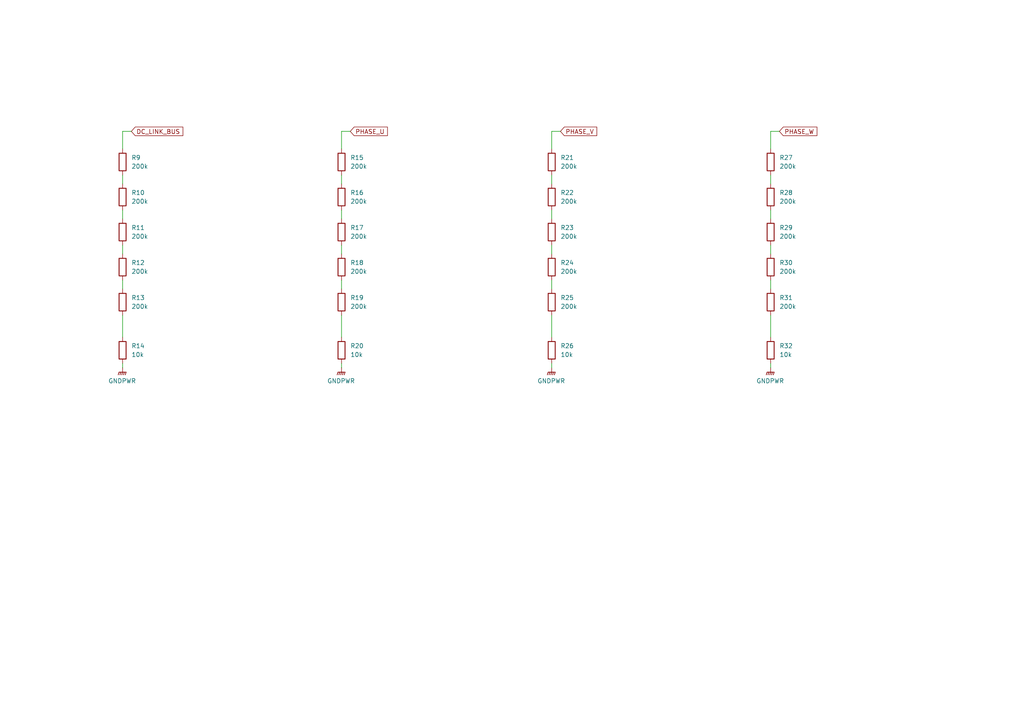
<source format=kicad_sch>
(kicad_sch (version 20250114) (generator "eeschema") (generator_version "9.0")
  (paper "A4")
  (lib_symbols
    (symbol "Device:R" (pin_numbers (hide yes)) (pin_names (offset 0))
      (property "Reference" "R" (at 2.032 0 90))
      (property "Value" "R" (at 0 0 90))
      (symbol "R_0_1"
        (rectangle (start -1.016 -2.54) (end 1.016 2.54) (stroke (width 0.254)))
      )
      (symbol "R_1_1"
        (pin passive line (at 0 3.81 270) (length 1.27) (name "~") (number "1"))
        (pin passive line (at 0 -3.81 90) (length 1.27) (name "~") (number "2"))
      )
    )
    (symbol "power:GNDPWR" (power) (pin_numbers (hide yes)) (pin_names (offset 0) (hide yes))
      (property "Value" "GNDPWR" (at 0 -3.302 0))
      (symbol "GNDPWR_0_1"
        (polyline (pts (xy -1.016 -1.27) (xy -1.27 -2.032) (xy -1.27 -2.032)) (stroke (width 0.2032)))
        (polyline (pts (xy -0.508 -1.27) (xy -0.762 -2.032) (xy -0.762 -2.032)) (stroke (width 0.2032)))
        (polyline (pts (xy 0 -1.27) (xy 0 0)))
        (polyline (pts (xy 0 -1.27) (xy -0.254 -2.032) (xy -0.254 -2.032)) (stroke (width 0.2032)))
        (polyline (pts (xy 0.508 -1.27) (xy 0.254 -2.032) (xy 0.254 -2.032)) (stroke (width 0.2032)))
        (polyline (pts (xy 1.016 -1.27) (xy -1.016 -1.27) (xy -1.016 -1.27)) (stroke (width 0.2032)))
        (polyline (pts (xy 1.016 -1.27) (xy 0.762 -2.032) (xy 0.762 -2.032) (xy 0.762 -2.032)) (stroke (width 0.2032)))
      )
      (symbol "GNDPWR_1_1"
        (pin power_in line (at 0 0 270) (length 0) (name "~") (number "1"))
      )
    )
  )
  (wire (pts (xy 160.02 38.1) (xy 160.02 43.18)))
  (wire (pts (xy 223.52 60.96) (xy 223.52 63.5)))
  (wire (pts (xy 35.56 91.44) (xy 35.56 97.79)))
  (wire (pts (xy 160.02 60.96) (xy 160.02 63.5)))
  (wire (pts (xy 223.52 81.28) (xy 223.52 83.82)))
  (wire (pts (xy 99.06 105.41) (xy 99.06 106.68)))
  (wire (pts (xy 35.56 60.96) (xy 35.56 63.5)))
  (wire (pts (xy 223.52 38.1) (xy 223.52 43.18)))
  (wire (pts (xy 223.52 71.12) (xy 223.52 73.66)))
  (wire (pts (xy 226.06 38.1) (xy 223.52 38.1)))
  (wire (pts (xy 99.06 91.44) (xy 99.06 97.79)))
  (wire (pts (xy 162.56 38.1) (xy 160.02 38.1)))
  (wire (pts (xy 35.56 38.1) (xy 35.56 43.18)))
  (wire (pts (xy 223.52 50.8) (xy 223.52 53.34)))
  (wire (pts (xy 99.06 71.12) (xy 99.06 73.66)))
  (wire (pts (xy 160.02 105.41) (xy 160.02 106.68)))
  (wire (pts (xy 35.56 71.12) (xy 35.56 73.66)))
  (wire (pts (xy 160.02 91.44) (xy 160.02 97.79)))
  (wire (pts (xy 99.06 81.28) (xy 99.06 83.82)))
  (wire (pts (xy 101.6 38.1) (xy 99.06 38.1)))
  (wire (pts (xy 99.06 60.96) (xy 99.06 63.5)))
  (wire (pts (xy 35.56 81.28) (xy 35.56 83.82)))
  (wire (pts (xy 99.06 50.8) (xy 99.06 53.34)))
  (wire (pts (xy 160.02 81.28) (xy 160.02 83.82)))
  (wire (pts (xy 38.1 38.1) (xy 35.56 38.1)))
  (wire (pts (xy 35.56 50.8) (xy 35.56 53.34)))
  (wire (pts (xy 99.06 38.1) (xy 99.06 43.18)))
  (wire (pts (xy 160.02 71.12) (xy 160.02 73.66)))
  (wire (pts (xy 223.52 105.41) (xy 223.52 106.68)))
  (wire (pts (xy 35.56 105.41) (xy 35.56 106.68)))
  (wire (pts (xy 223.52 91.44) (xy 223.52 97.79)))
  (wire (pts (xy 160.02 50.8) (xy 160.02 53.34)))
  (global_label "PHASE_U" (shape input) (at 101.6 38.1 0) (property "Intersheetrefs" "${INTERSHEET_REFS}" (effects (hide yes))))
  (global_label "DC_LINK_BUS" (shape input) (at 38.1 38.1 0) (property "Intersheetrefs" "${INTERSHEET_REFS}" (effects (hide yes))))
  (global_label "PHASE_V" (shape input) (at 162.56 38.1 0) (property "Intersheetrefs" "${INTERSHEET_REFS}" (effects (hide yes))))
  (global_label "PHASE_W" (shape input) (at 226.06 38.1 0) (property "Intersheetrefs" "${INTERSHEET_REFS}" (effects (hide yes))))
  (symbol (lib_id "Device:R") (at 223.52 67.31 180) (unit 1)
    (property "Reference" "R29" (at 226.06 66.0399 0) (effects (justify right)))
    (property "Value" "200k" (at 226.06 68.5799 0) (effects (justify right)))
    (property "Footprint" "1210" (effects (hide yes)))
    (property "Description" "Resistor" (effects (hide yes)))
  )
  (symbol (lib_id "Device:R") (at 160.02 101.6 180) (unit 1)
    (property "Reference" "R26" (at 162.56 100.3299 0) (effects (justify right)))
    (property "Value" "10k" (at 162.56 102.8699 0) (effects (justify right)))
    (property "Footprint" "1210" (effects (hide yes)))
    (property "Description" "Resistor" (effects (hide yes)))
  )
  (symbol (lib_id "Device:R") (at 35.56 87.63 180) (unit 1)
    (property "Reference" "R13" (at 38.1 86.3599 0) (effects (justify right)))
    (property "Value" "200k" (at 38.1 88.8999 0) (effects (justify right)))
    (property "Footprint" "1210" (effects (hide yes)))
    (property "Description" "Resistor" (effects (hide yes)))
  )
  (symbol (lib_id "Device:R") (at 223.52 77.47 180) (unit 1)
    (property "Reference" "R30" (at 226.06 76.1999 0) (effects (justify right)))
    (property "Value" "200k" (at 226.06 78.7399 0) (effects (justify right)))
    (property "Footprint" "1210" (effects (hide yes)))
    (property "Description" "Resistor" (effects (hide yes)))
  )
  (symbol (lib_id "Device:R") (at 223.52 57.15 180) (unit 1)
    (property "Reference" "R28" (at 226.06 55.8799 0) (effects (justify right)))
    (property "Value" "200k" (at 226.06 58.4199 0) (effects (justify right)))
    (property "Footprint" "1210" (effects (hide yes)))
    (property "Description" "Resistor" (effects (hide yes)))
  )
  (symbol (lib_id "Device:R") (at 99.06 46.99 180) (unit 1)
    (property "Reference" "R15" (at 101.6 45.7199 0) (effects (justify right)))
    (property "Value" "200k" (at 101.6 48.2599 0) (effects (justify right)))
    (property "Footprint" "1210" (effects (hide yes)))
    (property "Description" "Resistor" (effects (hide yes)))
  )
  (symbol (lib_id "Device:R") (at 160.02 67.31 180) (unit 1)
    (property "Reference" "R23" (at 162.56 66.0399 0) (effects (justify right)))
    (property "Value" "200k" (at 162.56 68.5799 0) (effects (justify right)))
    (property "Footprint" "1210" (effects (hide yes)))
    (property "Description" "Resistor" (effects (hide yes)))
  )
  (symbol (lib_id "power:GNDPWR") (at 35.56 106.68 0) (unit 1)
    (property "Reference" "#PWR022" (effects (hide yes)))
    (property "Value" "GNDPWR" (at 35.433 110.49 0))
    (property "Description" "Power symbol creates a global label with name \"GNDPWR\" , global ground" (effects (hide yes)))
  )
  (symbol (lib_id "Device:R") (at 160.02 87.63 180) (unit 1)
    (property "Reference" "R25" (at 162.56 86.3599 0) (effects (justify right)))
    (property "Value" "200k" (at 162.56 88.8999 0) (effects (justify right)))
    (property "Footprint" "1210" (effects (hide yes)))
    (property "Description" "Resistor" (effects (hide yes)))
  )
  (symbol (lib_id "Device:R") (at 223.52 87.63 180) (unit 1)
    (property "Reference" "R31" (at 226.06 86.3599 0) (effects (justify right)))
    (property "Value" "200k" (at 226.06 88.8999 0) (effects (justify right)))
    (property "Footprint" "1210" (effects (hide yes)))
    (property "Description" "Resistor" (effects (hide yes)))
  )
  (symbol (lib_id "power:GNDPWR") (at 160.02 106.68 0) (unit 1)
    (property "Reference" "#PWR024" (effects (hide yes)))
    (property "Value" "GNDPWR" (at 159.893 110.49 0))
    (property "Description" "Power symbol creates a global label with name \"GNDPWR\" , global ground" (effects (hide yes)))
  )
  (symbol (lib_id "Device:R") (at 35.56 67.31 180) (unit 1)
    (property "Reference" "R11" (at 38.1 66.0399 0) (effects (justify right)))
    (property "Value" "200k" (at 38.1 68.5799 0) (effects (justify right)))
    (property "Footprint" "1210" (effects (hide yes)))
    (property "Description" "Resistor" (effects (hide yes)))
  )
  (symbol (lib_id "Device:R") (at 99.06 67.31 180) (unit 1)
    (property "Reference" "R17" (at 101.6 66.0399 0) (effects (justify right)))
    (property "Value" "200k" (at 101.6 68.5799 0) (effects (justify right)))
    (property "Footprint" "1210" (effects (hide yes)))
    (property "Description" "Resistor" (effects (hide yes)))
  )
  (symbol (lib_id "Device:R") (at 160.02 46.99 180) (unit 1)
    (property "Reference" "R21" (at 162.56 45.7199 0) (effects (justify right)))
    (property "Value" "200k" (at 162.56 48.2599 0) (effects (justify right)))
    (property "Footprint" "1210" (effects (hide yes)))
    (property "Description" "Resistor" (effects (hide yes)))
  )
  (symbol (lib_id "Device:R") (at 160.02 77.47 180) (unit 1)
    (property "Reference" "R24" (at 162.56 76.1999 0) (effects (justify right)))
    (property "Value" "200k" (at 162.56 78.7399 0) (effects (justify right)))
    (property "Footprint" "1210" (effects (hide yes)))
    (property "Description" "Resistor" (effects (hide yes)))
  )
  (symbol (lib_id "Device:R") (at 223.52 46.99 180) (unit 1)
    (property "Reference" "R27" (at 226.06 45.7199 0) (effects (justify right)))
    (property "Value" "200k" (at 226.06 48.2599 0) (effects (justify right)))
    (property "Footprint" "1210" (effects (hide yes)))
    (property "Description" "Resistor" (effects (hide yes)))
  )
  (symbol (lib_id "Device:R") (at 35.56 101.6 180) (unit 1)
    (property "Reference" "R14" (at 38.1 100.3299 0) (effects (justify right)))
    (property "Value" "10k" (at 38.1 102.8699 0) (effects (justify right)))
    (property "Footprint" "1210" (effects (hide yes)))
    (property "Description" "Resistor" (effects (hide yes)))
  )
  (symbol (lib_id "Device:R") (at 35.56 57.15 180) (unit 1)
    (property "Reference" "R10" (at 38.1 55.8799 0) (effects (justify right)))
    (property "Value" "200k" (at 38.1 58.4199 0) (effects (justify right)))
    (property "Footprint" "1210" (effects (hide yes)))
    (property "Description" "Resistor" (effects (hide yes)))
  )
  (symbol (lib_id "power:GNDPWR") (at 99.06 106.68 0) (unit 1)
    (property "Reference" "#PWR023" (effects (hide yes)))
    (property "Value" "GNDPWR" (at 98.933 110.49 0))
    (property "Description" "Power symbol creates a global label with name \"GNDPWR\" , global ground" (effects (hide yes)))
  )
  (symbol (lib_id "Device:R") (at 99.06 87.63 180) (unit 1)
    (property "Reference" "R19" (at 101.6 86.3599 0) (effects (justify right)))
    (property "Value" "200k" (at 101.6 88.8999 0) (effects (justify right)))
    (property "Footprint" "1210" (effects (hide yes)))
    (property "Description" "Resistor" (effects (hide yes)))
  )
  (symbol (lib_id "Device:R") (at 99.06 57.15 180) (unit 1)
    (property "Reference" "R16" (at 101.6 55.8799 0) (effects (justify right)))
    (property "Value" "200k" (at 101.6 58.4199 0) (effects (justify right)))
    (property "Footprint" "1210" (effects (hide yes)))
    (property "Description" "Resistor" (effects (hide yes)))
  )
  (symbol (lib_id "power:GNDPWR") (at 223.52 106.68 0) (unit 1)
    (property "Reference" "#PWR025" (effects (hide yes)))
    (property "Value" "GNDPWR" (at 223.393 110.49 0))
    (property "Description" "Power symbol creates a global label with name \"GNDPWR\" , global ground" (effects (hide yes)))
  )
  (symbol (lib_id "Device:R") (at 223.52 101.6 180) (unit 1)
    (property "Reference" "R32" (at 226.06 100.3299 0) (effects (justify right)))
    (property "Value" "10k" (at 226.06 102.8699 0) (effects (justify right)))
    (property "Footprint" "1210" (effects (hide yes)))
    (property "Description" "Resistor" (effects (hide yes)))
  )
  (symbol (lib_id "Device:R") (at 160.02 57.15 180) (unit 1)
    (property "Reference" "R22" (at 162.56 55.8799 0) (effects (justify right)))
    (property "Value" "200k" (at 162.56 58.4199 0) (effects (justify right)))
    (property "Footprint" "1210" (effects (hide yes)))
    (property "Description" "Resistor" (effects (hide yes)))
  )
  (symbol (lib_id "Device:R") (at 35.56 77.47 180) (unit 1)
    (property "Reference" "R12" (at 38.1 76.1999 0) (effects (justify right)))
    (property "Value" "200k" (at 38.1 78.7399 0) (effects (justify right)))
    (property "Footprint" "1210" (effects (hide yes)))
    (property "Description" "Resistor" (effects (hide yes)))
  )
  (symbol (lib_id "Device:R") (at 99.06 77.47 180) (unit 1)
    (property "Reference" "R18" (at 101.6 76.1999 0) (effects (justify right)))
    (property "Value" "200k" (at 101.6 78.7399 0) (effects (justify right)))
    (property "Footprint" "1210" (effects (hide yes)))
    (property "Description" "Resistor" (effects (hide yes)))
  )
  (symbol (lib_id "Device:R") (at 35.56 46.99 180) (unit 1)
    (property "Reference" "R9" (at 38.1 45.7199 0) (effects (justify right)))
    (property "Value" "200k" (at 38.1 48.2599 0) (effects (justify right)))
    (property "Footprint" "1210" (effects (hide yes)))
    (property "Description" "Resistor" (effects (hide yes)))
  )
  (symbol (lib_id "Device:R") (at 99.06 101.6 180) (unit 1)
    (property "Reference" "R20" (at 101.6 100.3299 0) (effects (justify right)))
    (property "Value" "10k" (at 101.6 102.8699 0) (effects (justify right)))
    (property "Footprint" "1210" (effects (hide yes)))
    (property "Description" "Resistor" (effects (hide yes)))
  )
)
</source>
